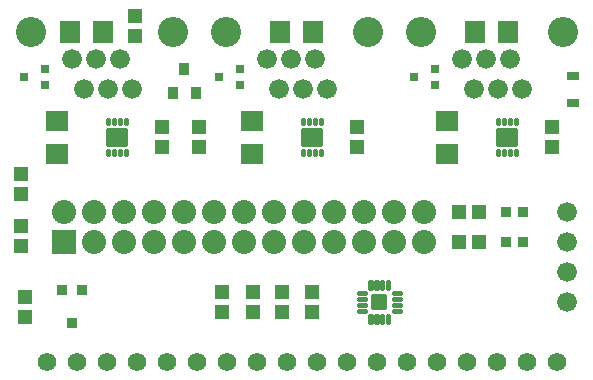
<source format=gts>
G75*
%MOIN*%
%OFA0B0*%
%FSLAX24Y24*%
%IPPOS*%
%LPD*%
%AMOC8*
5,1,8,0,0,1.08239X$1,22.5*
%
%ADD10R,0.0800X0.0800*%
%ADD11C,0.0800*%
%ADD12R,0.0454X0.0493*%
%ADD13C,0.0126*%
%ADD14C,0.0093*%
%ADD15C,0.1005*%
%ADD16C,0.0660*%
%ADD17R,0.0375X0.0414*%
%ADD18R,0.0690X0.0769*%
%ADD19C,0.0620*%
%ADD20R,0.0257X0.0257*%
%ADD21R,0.0355X0.0355*%
%ADD22R,0.0375X0.0375*%
%ADD23R,0.0493X0.0454*%
%ADD24R,0.0769X0.0690*%
%ADD25R,0.0387X0.0308*%
%ADD26C,0.0107*%
%ADD27C,0.0133*%
D10*
X003899Y017649D03*
D11*
X004899Y017649D03*
X005899Y017649D03*
X006899Y017649D03*
X007899Y017649D03*
X008899Y017649D03*
X008899Y018649D03*
X007899Y018649D03*
X006899Y018649D03*
X005899Y018649D03*
X004899Y018649D03*
X003899Y018649D03*
X009899Y018649D03*
X010899Y018649D03*
X011899Y018649D03*
X012899Y018649D03*
X013899Y018649D03*
X014899Y018649D03*
X015899Y018649D03*
X015899Y017649D03*
X014899Y017649D03*
X013899Y017649D03*
X012899Y017649D03*
X011899Y017649D03*
X010899Y017649D03*
X009899Y017649D03*
D12*
X010199Y015983D03*
X010199Y015314D03*
X011149Y015314D03*
X011149Y015983D03*
X012149Y015983D03*
X012149Y015314D03*
X009149Y015314D03*
X009149Y015983D03*
X008399Y020814D03*
X008399Y021483D03*
X007149Y021483D03*
X007149Y020814D03*
X006249Y024514D03*
X006249Y025183D03*
X002449Y019933D03*
X002449Y019264D03*
X002449Y018183D03*
X002449Y017514D03*
X002599Y015833D03*
X002599Y015164D03*
X013649Y020814D03*
X013649Y021483D03*
X020149Y021483D03*
X020149Y020814D03*
D13*
X018960Y020897D02*
X018960Y021401D01*
X018960Y020897D02*
X018338Y020897D01*
X018338Y021401D01*
X018960Y021401D01*
X018960Y021022D02*
X018338Y021022D01*
X018338Y021147D02*
X018960Y021147D01*
X018960Y021272D02*
X018338Y021272D01*
X018338Y021397D02*
X018960Y021397D01*
X012460Y021401D02*
X012460Y020897D01*
X011838Y020897D01*
X011838Y021401D01*
X012460Y021401D01*
X012460Y021022D02*
X011838Y021022D01*
X011838Y021147D02*
X012460Y021147D01*
X012460Y021272D02*
X011838Y021272D01*
X011838Y021397D02*
X012460Y021397D01*
X005960Y021401D02*
X005960Y020897D01*
X005338Y020897D01*
X005338Y021401D01*
X005960Y021401D01*
X005960Y021022D02*
X005338Y021022D01*
X005338Y021147D02*
X005960Y021147D01*
X005960Y021272D02*
X005338Y021272D01*
X005338Y021397D02*
X005960Y021397D01*
D14*
X005977Y021578D02*
X005977Y021742D01*
X005977Y021578D02*
X005911Y021578D01*
X005911Y021742D01*
X005977Y021742D01*
X005977Y021670D02*
X005911Y021670D01*
X005780Y021742D02*
X005780Y021578D01*
X005714Y021578D01*
X005714Y021742D01*
X005780Y021742D01*
X005780Y021670D02*
X005714Y021670D01*
X005583Y021742D02*
X005583Y021578D01*
X005517Y021578D01*
X005517Y021742D01*
X005583Y021742D01*
X005583Y021670D02*
X005517Y021670D01*
X005386Y021742D02*
X005386Y021578D01*
X005320Y021578D01*
X005320Y021742D01*
X005386Y021742D01*
X005386Y021670D02*
X005320Y021670D01*
X005386Y020719D02*
X005386Y020555D01*
X005320Y020555D01*
X005320Y020719D01*
X005386Y020719D01*
X005386Y020647D02*
X005320Y020647D01*
X005583Y020719D02*
X005583Y020555D01*
X005517Y020555D01*
X005517Y020719D01*
X005583Y020719D01*
X005583Y020647D02*
X005517Y020647D01*
X005780Y020719D02*
X005780Y020555D01*
X005714Y020555D01*
X005714Y020719D01*
X005780Y020719D01*
X005780Y020647D02*
X005714Y020647D01*
X005977Y020719D02*
X005977Y020555D01*
X005911Y020555D01*
X005911Y020719D01*
X005977Y020719D01*
X005977Y020647D02*
X005911Y020647D01*
X011886Y020719D02*
X011886Y020555D01*
X011820Y020555D01*
X011820Y020719D01*
X011886Y020719D01*
X011886Y020647D02*
X011820Y020647D01*
X012083Y020719D02*
X012083Y020555D01*
X012017Y020555D01*
X012017Y020719D01*
X012083Y020719D01*
X012083Y020647D02*
X012017Y020647D01*
X012280Y020719D02*
X012280Y020555D01*
X012214Y020555D01*
X012214Y020719D01*
X012280Y020719D01*
X012280Y020647D02*
X012214Y020647D01*
X012477Y020719D02*
X012477Y020555D01*
X012411Y020555D01*
X012411Y020719D01*
X012477Y020719D01*
X012477Y020647D02*
X012411Y020647D01*
X012477Y021578D02*
X012477Y021742D01*
X012477Y021578D02*
X012411Y021578D01*
X012411Y021742D01*
X012477Y021742D01*
X012477Y021670D02*
X012411Y021670D01*
X012280Y021742D02*
X012280Y021578D01*
X012214Y021578D01*
X012214Y021742D01*
X012280Y021742D01*
X012280Y021670D02*
X012214Y021670D01*
X012083Y021742D02*
X012083Y021578D01*
X012017Y021578D01*
X012017Y021742D01*
X012083Y021742D01*
X012083Y021670D02*
X012017Y021670D01*
X011886Y021742D02*
X011886Y021578D01*
X011820Y021578D01*
X011820Y021742D01*
X011886Y021742D01*
X011886Y021670D02*
X011820Y021670D01*
X018386Y021742D02*
X018386Y021578D01*
X018320Y021578D01*
X018320Y021742D01*
X018386Y021742D01*
X018386Y021670D02*
X018320Y021670D01*
X018583Y021742D02*
X018583Y021578D01*
X018517Y021578D01*
X018517Y021742D01*
X018583Y021742D01*
X018583Y021670D02*
X018517Y021670D01*
X018780Y021742D02*
X018780Y021578D01*
X018714Y021578D01*
X018714Y021742D01*
X018780Y021742D01*
X018780Y021670D02*
X018714Y021670D01*
X018977Y021742D02*
X018977Y021578D01*
X018911Y021578D01*
X018911Y021742D01*
X018977Y021742D01*
X018977Y021670D02*
X018911Y021670D01*
X018977Y020719D02*
X018977Y020555D01*
X018911Y020555D01*
X018911Y020719D01*
X018977Y020719D01*
X018977Y020647D02*
X018911Y020647D01*
X018780Y020719D02*
X018780Y020555D01*
X018714Y020555D01*
X018714Y020719D01*
X018780Y020719D01*
X018780Y020647D02*
X018714Y020647D01*
X018583Y020719D02*
X018583Y020555D01*
X018517Y020555D01*
X018517Y020719D01*
X018583Y020719D01*
X018583Y020647D02*
X018517Y020647D01*
X018386Y020719D02*
X018386Y020555D01*
X018320Y020555D01*
X018320Y020719D01*
X018386Y020719D01*
X018386Y020647D02*
X018320Y020647D01*
D15*
X020511Y024649D03*
X015786Y024649D03*
X014011Y024649D03*
X009286Y024649D03*
X007511Y024649D03*
X002786Y024649D03*
D16*
X004145Y023743D03*
X004948Y023743D03*
X005751Y023743D03*
X006152Y022743D03*
X005349Y022743D03*
X004546Y022743D03*
X010645Y023743D03*
X011448Y023743D03*
X012251Y023743D03*
X012652Y022743D03*
X011849Y022743D03*
X011046Y022743D03*
X017145Y023743D03*
X017948Y023743D03*
X018751Y023743D03*
X019152Y022743D03*
X018349Y022743D03*
X017546Y022743D03*
X020649Y018649D03*
X020649Y017649D03*
X020649Y016649D03*
X020649Y015649D03*
D17*
X008273Y022605D03*
X007524Y022605D03*
X007899Y023432D03*
D18*
X005200Y024649D03*
X004097Y024649D03*
X011097Y024649D03*
X012200Y024649D03*
X017597Y024649D03*
X018700Y024649D03*
D19*
X003330Y013664D03*
X004330Y013664D03*
X005330Y013664D03*
X006330Y013664D03*
X007330Y013664D03*
X008330Y013664D03*
X009330Y013664D03*
X010330Y013664D03*
X011330Y013664D03*
X012330Y013664D03*
X013330Y013664D03*
X014330Y013664D03*
X015330Y013664D03*
X016330Y013664D03*
X017330Y013664D03*
X018330Y013664D03*
X019330Y013664D03*
X020330Y013664D03*
D20*
X016253Y022893D03*
X016253Y023404D03*
X015544Y023149D03*
X009753Y023404D03*
X009753Y022893D03*
X009044Y023149D03*
X003253Y023404D03*
X003253Y022893D03*
X002544Y023149D03*
D21*
X003814Y016060D03*
X004483Y016060D03*
X004149Y014937D03*
D22*
X018603Y017649D03*
X019194Y017649D03*
X019194Y018649D03*
X018603Y018649D03*
D23*
X017733Y018649D03*
X017064Y018649D03*
X017064Y017649D03*
X017733Y017649D03*
D24*
X016649Y020597D03*
X016649Y021700D03*
X010149Y021700D03*
X010149Y020597D03*
X003649Y020597D03*
X003649Y021700D03*
D25*
X020849Y022296D03*
X020849Y023201D03*
D26*
X014658Y016353D02*
X014658Y016085D01*
X014658Y016353D02*
X014730Y016353D01*
X014730Y016085D01*
X014658Y016085D01*
X014658Y016191D02*
X014730Y016191D01*
X014730Y016297D02*
X014658Y016297D01*
X014461Y016353D02*
X014461Y016085D01*
X014461Y016353D02*
X014533Y016353D01*
X014533Y016085D01*
X014461Y016085D01*
X014461Y016191D02*
X014533Y016191D01*
X014533Y016297D02*
X014461Y016297D01*
X014264Y016353D02*
X014264Y016085D01*
X014264Y016353D02*
X014336Y016353D01*
X014336Y016085D01*
X014264Y016085D01*
X014264Y016191D02*
X014336Y016191D01*
X014336Y016297D02*
X014264Y016297D01*
X014067Y016353D02*
X014067Y016085D01*
X014067Y016353D02*
X014139Y016353D01*
X014139Y016085D01*
X014067Y016085D01*
X014067Y016191D02*
X014139Y016191D01*
X014139Y016297D02*
X014067Y016297D01*
X013962Y015908D02*
X013694Y015908D01*
X013694Y015980D01*
X013962Y015980D01*
X013962Y015908D01*
X013962Y015711D02*
X013694Y015711D01*
X013694Y015783D01*
X013962Y015783D01*
X013962Y015711D01*
X013962Y015514D02*
X013694Y015514D01*
X013694Y015586D01*
X013962Y015586D01*
X013962Y015514D01*
X013962Y015317D02*
X013694Y015317D01*
X013694Y015389D01*
X013962Y015389D01*
X013962Y015317D01*
X014067Y015212D02*
X014067Y014944D01*
X014067Y015212D02*
X014139Y015212D01*
X014139Y014944D01*
X014067Y014944D01*
X014067Y015050D02*
X014139Y015050D01*
X014139Y015156D02*
X014067Y015156D01*
X014264Y015212D02*
X014264Y014944D01*
X014264Y015212D02*
X014336Y015212D01*
X014336Y014944D01*
X014264Y014944D01*
X014264Y015050D02*
X014336Y015050D01*
X014336Y015156D02*
X014264Y015156D01*
X014461Y015212D02*
X014461Y014944D01*
X014461Y015212D02*
X014533Y015212D01*
X014533Y014944D01*
X014461Y014944D01*
X014461Y015050D02*
X014533Y015050D01*
X014533Y015156D02*
X014461Y015156D01*
X014658Y015212D02*
X014658Y014944D01*
X014658Y015212D02*
X014730Y015212D01*
X014730Y014944D01*
X014658Y014944D01*
X014658Y015050D02*
X014730Y015050D01*
X014730Y015156D02*
X014658Y015156D01*
X014835Y015317D02*
X015103Y015317D01*
X014835Y015317D02*
X014835Y015389D01*
X015103Y015389D01*
X015103Y015317D01*
X015103Y015514D02*
X014835Y015514D01*
X014835Y015586D01*
X015103Y015586D01*
X015103Y015514D01*
X015103Y015711D02*
X014835Y015711D01*
X014835Y015783D01*
X015103Y015783D01*
X015103Y015711D01*
X015103Y015908D02*
X014835Y015908D01*
X014835Y015980D01*
X015103Y015980D01*
X015103Y015908D01*
D27*
X014199Y015849D02*
X014199Y015449D01*
X014199Y015849D02*
X014599Y015849D01*
X014599Y015449D01*
X014199Y015449D01*
X014199Y015581D02*
X014599Y015581D01*
X014599Y015713D02*
X014199Y015713D01*
X014199Y015845D02*
X014599Y015845D01*
M02*

</source>
